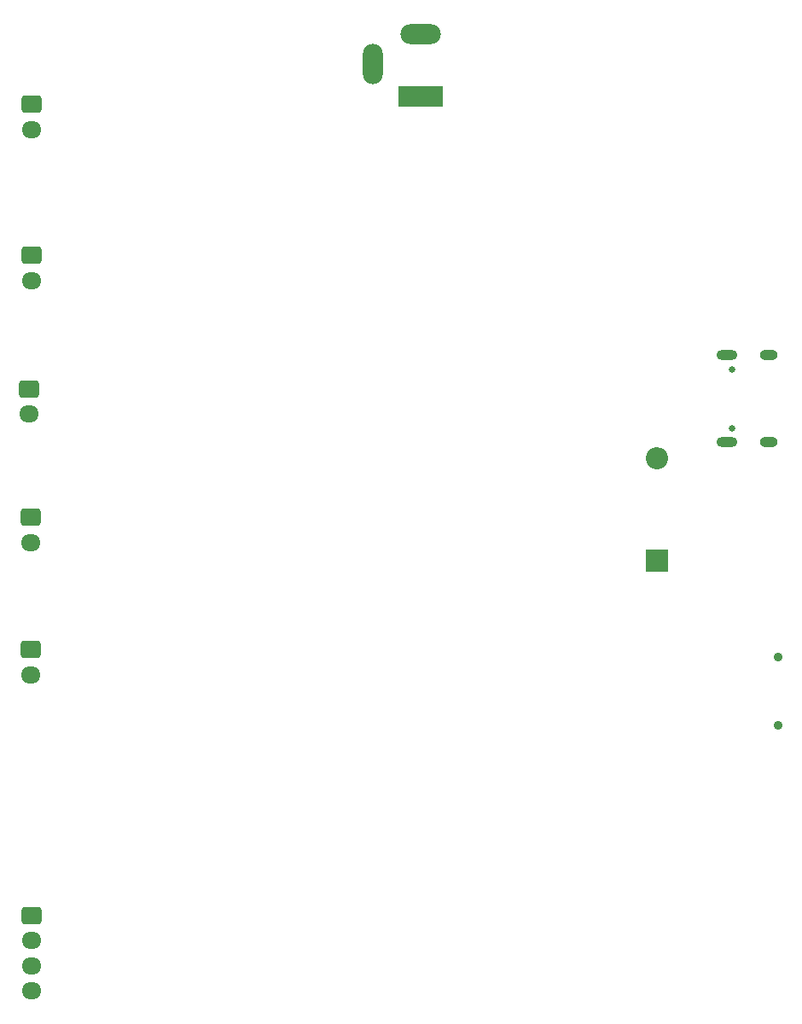
<source format=gbr>
%TF.GenerationSoftware,KiCad,Pcbnew,8.0.6*%
%TF.CreationDate,2024-11-14T02:25:25-08:00*%
%TF.ProjectId,project1,70726f6a-6563-4743-912e-6b696361645f,REV1*%
%TF.SameCoordinates,Original*%
%TF.FileFunction,Soldermask,Bot*%
%TF.FilePolarity,Negative*%
%FSLAX46Y46*%
G04 Gerber Fmt 4.6, Leading zero omitted, Abs format (unit mm)*
G04 Created by KiCad (PCBNEW 8.0.6) date 2024-11-14 02:25:25*
%MOMM*%
%LPD*%
G01*
G04 APERTURE LIST*
G04 Aperture macros list*
%AMRoundRect*
0 Rectangle with rounded corners*
0 $1 Rounding radius*
0 $2 $3 $4 $5 $6 $7 $8 $9 X,Y pos of 4 corners*
0 Add a 4 corners polygon primitive as box body*
4,1,4,$2,$3,$4,$5,$6,$7,$8,$9,$2,$3,0*
0 Add four circle primitives for the rounded corners*
1,1,$1+$1,$2,$3*
1,1,$1+$1,$4,$5*
1,1,$1+$1,$6,$7*
1,1,$1+$1,$8,$9*
0 Add four rect primitives between the rounded corners*
20,1,$1+$1,$2,$3,$4,$5,0*
20,1,$1+$1,$4,$5,$6,$7,0*
20,1,$1+$1,$6,$7,$8,$9,0*
20,1,$1+$1,$8,$9,$2,$3,0*%
G04 Aperture macros list end*
%ADD10RoundRect,0.250000X-0.725000X0.600000X-0.725000X-0.600000X0.725000X-0.600000X0.725000X0.600000X0*%
%ADD11O,1.950000X1.700000*%
%ADD12C,0.650000*%
%ADD13O,2.100000X1.000000*%
%ADD14O,1.800000X1.000000*%
%ADD15O,2.200000X2.200000*%
%ADD16R,2.200000X2.200000*%
%ADD17R,4.500000X2.000000*%
%ADD18O,4.000000X2.000000*%
%ADD19O,2.000000X4.000000*%
%ADD20C,0.900000*%
G04 APERTURE END LIST*
D10*
%TO.C,J5*%
X49800000Y-101750000D03*
D11*
X49800000Y-104250000D03*
%TD*%
D10*
%TO.C,J6*%
X49800000Y-114850000D03*
D11*
X49800000Y-117350000D03*
%TD*%
D10*
%TO.C,J2*%
X49900000Y-141250000D03*
D11*
X49900000Y-143750000D03*
X49900000Y-146250000D03*
X49900000Y-148750000D03*
%TD*%
D12*
%TO.C,J8*%
X119395000Y-92890000D03*
X119395000Y-87110000D03*
D13*
X118875000Y-94320000D03*
D14*
X123075000Y-94320000D03*
D13*
X118875000Y-85680000D03*
D14*
X123075000Y-85680000D03*
%TD*%
D10*
%TO.C,J4*%
X49650000Y-89000000D03*
D11*
X49650000Y-91500000D03*
%TD*%
D10*
%TO.C,J3*%
X49900000Y-75750000D03*
D11*
X49900000Y-78250000D03*
%TD*%
D15*
%TO.C,D1*%
X112000000Y-95920000D03*
D16*
X112000000Y-106080000D03*
%TD*%
D17*
%TO.C,J1*%
X88500000Y-60000000D03*
D18*
X88500000Y-53800000D03*
D19*
X83800000Y-56800000D03*
%TD*%
D20*
%TO.C,SW1*%
X124000000Y-115600000D03*
X124000000Y-122400000D03*
%TD*%
D10*
%TO.C,J7*%
X49900000Y-60750000D03*
D11*
X49900000Y-63250000D03*
%TD*%
M02*

</source>
